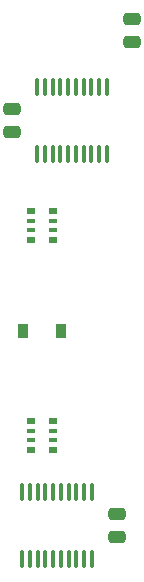
<source format=gtp>
G04 #@! TF.GenerationSoftware,KiCad,Pcbnew,(6.0.9)*
G04 #@! TF.CreationDate,2024-11-23T18:31:41+01:00*
G04 #@! TF.ProjectId,Sombrero_MSX_Goa'uld,536f6d62-7265-4726-9f5f-4d53585f476f,rev?*
G04 #@! TF.SameCoordinates,Original*
G04 #@! TF.FileFunction,Paste,Top*
G04 #@! TF.FilePolarity,Positive*
%FSLAX46Y46*%
G04 Gerber Fmt 4.6, Leading zero omitted, Abs format (unit mm)*
G04 Created by KiCad (PCBNEW (6.0.9)) date 2024-11-23 18:31:41*
%MOMM*%
%LPD*%
G01*
G04 APERTURE LIST*
G04 Aperture macros list*
%AMRoundRect*
0 Rectangle with rounded corners*
0 $1 Rounding radius*
0 $2 $3 $4 $5 $6 $7 $8 $9 X,Y pos of 4 corners*
0 Add a 4 corners polygon primitive as box body*
4,1,4,$2,$3,$4,$5,$6,$7,$8,$9,$2,$3,0*
0 Add four circle primitives for the rounded corners*
1,1,$1+$1,$2,$3*
1,1,$1+$1,$4,$5*
1,1,$1+$1,$6,$7*
1,1,$1+$1,$8,$9*
0 Add four rect primitives between the rounded corners*
20,1,$1+$1,$2,$3,$4,$5,0*
20,1,$1+$1,$4,$5,$6,$7,0*
20,1,$1+$1,$6,$7,$8,$9,0*
20,1,$1+$1,$8,$9,$2,$3,0*%
G04 Aperture macros list end*
%ADD10RoundRect,0.100000X0.100000X-0.637500X0.100000X0.637500X-0.100000X0.637500X-0.100000X-0.637500X0*%
%ADD11RoundRect,0.100000X-0.100000X0.637500X-0.100000X-0.637500X0.100000X-0.637500X0.100000X0.637500X0*%
%ADD12RoundRect,0.250000X-0.475000X0.250000X-0.475000X-0.250000X0.475000X-0.250000X0.475000X0.250000X0*%
%ADD13R,0.800000X0.500000*%
%ADD14R,0.800000X0.400000*%
%ADD15R,0.900000X1.200000*%
%ADD16RoundRect,0.250000X0.475000X-0.250000X0.475000X0.250000X-0.475000X0.250000X-0.475000X-0.250000X0*%
G04 APERTURE END LIST*
D10*
X144395000Y-86682500D03*
X145045000Y-86682500D03*
X145695000Y-86682500D03*
X146345000Y-86682500D03*
X146995000Y-86682500D03*
X147645000Y-86682500D03*
X148295000Y-86682500D03*
X148945000Y-86682500D03*
X149595000Y-86682500D03*
X150245000Y-86682500D03*
X150245000Y-80957500D03*
X149595000Y-80957500D03*
X148945000Y-80957500D03*
X148295000Y-80957500D03*
X147645000Y-80957500D03*
X146995000Y-80957500D03*
X146345000Y-80957500D03*
X145695000Y-80957500D03*
X145045000Y-80957500D03*
X144395000Y-80957500D03*
D11*
X148975000Y-115247500D03*
X148325000Y-115247500D03*
X147675000Y-115247500D03*
X147025000Y-115247500D03*
X146375000Y-115247500D03*
X145725000Y-115247500D03*
X145075000Y-115247500D03*
X144425000Y-115247500D03*
X143775000Y-115247500D03*
X143125000Y-115247500D03*
X143125000Y-120972500D03*
X143775000Y-120972500D03*
X144425000Y-120972500D03*
X145075000Y-120972500D03*
X145725000Y-120972500D03*
X146375000Y-120972500D03*
X147025000Y-120972500D03*
X147675000Y-120972500D03*
X148325000Y-120972500D03*
X148975000Y-120972500D03*
D12*
X152400000Y-75250000D03*
X152400000Y-77150000D03*
D13*
X145680000Y-111690000D03*
D14*
X145680000Y-110890000D03*
X145680000Y-110090000D03*
D13*
X145680000Y-109290000D03*
X143880000Y-109290000D03*
D14*
X143880000Y-110090000D03*
X143880000Y-110890000D03*
D13*
X143880000Y-111690000D03*
D15*
X146430000Y-101600000D03*
X143130000Y-101600000D03*
D13*
X145680000Y-93910000D03*
D14*
X145680000Y-93110000D03*
X145680000Y-92310000D03*
D13*
X145680000Y-91510000D03*
X143880000Y-91510000D03*
D14*
X143880000Y-92310000D03*
X143880000Y-93110000D03*
D13*
X143880000Y-93910000D03*
D16*
X151130000Y-119060000D03*
X151130000Y-117160000D03*
D12*
X142240000Y-82870000D03*
X142240000Y-84770000D03*
M02*

</source>
